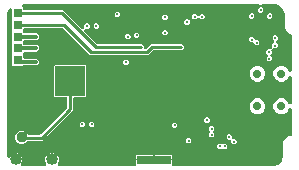
<source format=gbr>
G04 EAGLE Gerber RS-274X export*
G75*
%MOMM*%
%FSLAX34Y34*%
%LPD*%
%INBottom Copper*%
%IPPOS*%
%AMOC8*
5,1,8,0,0,1.08239X$1,22.5*%
G01*
G04 Define Apertures*
%ADD10C,0.708000*%
%ADD11C,0.958000*%
%ADD12R,1.000000X2.500000*%
%ADD13C,1.016000*%
%ADD14R,0.800000X0.800000*%
%ADD15R,2.540000X2.540000*%
%ADD16R,3.000000X0.800000*%
%ADD17C,0.302400*%
%ADD18C,0.304800*%
%ADD19C,0.254000*%
G36*
X34758Y1645D02*
X34164Y1524D01*
X15387Y1524D01*
X14861Y1618D01*
X14345Y1937D01*
X13994Y2431D01*
X13864Y3024D01*
X13975Y3620D01*
X14305Y4118D01*
X15080Y5990D01*
X15080Y6238D01*
X9238Y6238D01*
X9238Y12080D01*
X8990Y12080D01*
X7122Y11307D01*
X5693Y9878D01*
X5474Y9349D01*
X5042Y8761D01*
X4508Y8473D01*
X3904Y8417D01*
X3326Y8600D01*
X2865Y8994D01*
X2594Y9537D01*
X2576Y9605D01*
X2524Y10000D01*
X2524Y130000D01*
X2576Y130394D01*
X3507Y133870D01*
X3902Y134554D01*
X4136Y134788D01*
X4575Y135094D01*
X5165Y135234D01*
X5763Y135132D01*
X6274Y134805D01*
X6617Y134305D01*
X6738Y133711D01*
X6738Y126265D01*
X6791Y126024D01*
X6738Y125741D01*
X6738Y116265D01*
X6791Y116024D01*
X6738Y115741D01*
X6738Y106265D01*
X6791Y106024D01*
X6738Y105741D01*
X6738Y96265D01*
X6791Y96024D01*
X6738Y95741D01*
X6738Y86684D01*
X7184Y86238D01*
X15816Y86238D01*
X15837Y86260D01*
X16321Y86585D01*
X16915Y86706D01*
X28157Y86706D01*
X29794Y88343D01*
X29794Y90657D01*
X28157Y92294D01*
X17786Y92294D01*
X17237Y92396D01*
X16726Y92723D01*
X16383Y93224D01*
X16262Y93818D01*
X16262Y95735D01*
X16209Y95976D01*
X16262Y96259D01*
X16262Y96682D01*
X16364Y97231D01*
X16691Y97742D01*
X17192Y98085D01*
X17786Y98206D01*
X27609Y98206D01*
X29794Y100391D01*
X29794Y102705D01*
X28157Y104342D01*
X25843Y104342D01*
X25741Y104240D01*
X25258Y103915D01*
X24663Y103794D01*
X17786Y103794D01*
X17237Y103896D01*
X16726Y104223D01*
X16383Y104724D01*
X16262Y105318D01*
X16262Y105735D01*
X16209Y105976D01*
X16262Y106259D01*
X16262Y106682D01*
X16364Y107231D01*
X16691Y107742D01*
X17192Y108085D01*
X17786Y108206D01*
X28157Y108206D01*
X29794Y109843D01*
X29794Y112157D01*
X28157Y113794D01*
X17786Y113794D01*
X17237Y113896D01*
X16726Y114223D01*
X16383Y114724D01*
X16262Y115318D01*
X16262Y115735D01*
X16209Y115976D01*
X16262Y116259D01*
X16262Y116936D01*
X16364Y117485D01*
X16691Y117996D01*
X17192Y118339D01*
X17786Y118460D01*
X48817Y118460D01*
X49389Y118349D01*
X49894Y118014D01*
X72358Y95550D01*
X122398Y95550D01*
X126161Y99314D01*
X126644Y99639D01*
X127239Y99760D01*
X150452Y99760D01*
X151940Y101248D01*
X151940Y103352D01*
X150452Y104840D01*
X124503Y104840D01*
X120740Y101076D01*
X120257Y100751D01*
X119662Y100630D01*
X119631Y100630D01*
X119082Y100732D01*
X118571Y101059D01*
X118228Y101560D01*
X118107Y102154D01*
X118107Y102952D01*
X116619Y104440D01*
X79383Y104440D01*
X78811Y104551D01*
X78306Y104886D01*
X68068Y115124D01*
X67762Y115563D01*
X67622Y116153D01*
X67724Y116751D01*
X68051Y117262D01*
X68551Y117605D01*
X69145Y117726D01*
X70942Y117726D01*
X72274Y119058D01*
X72274Y120942D01*
X70942Y122274D01*
X69058Y122274D01*
X67726Y120942D01*
X67726Y119145D01*
X67632Y118619D01*
X67313Y118103D01*
X66819Y117752D01*
X66226Y117622D01*
X65630Y117733D01*
X65124Y118068D01*
X49652Y133540D01*
X17786Y133540D01*
X17237Y133642D01*
X16726Y133969D01*
X16383Y134470D01*
X16262Y135064D01*
X16262Y135316D01*
X15703Y135874D01*
X15397Y136313D01*
X15258Y136903D01*
X15359Y137501D01*
X15686Y138012D01*
X16187Y138355D01*
X16781Y138476D01*
X215131Y138476D01*
X215657Y138382D01*
X216174Y138063D01*
X216524Y137569D01*
X216655Y136976D01*
X216543Y136380D01*
X216208Y135874D01*
X214926Y134592D01*
X214926Y132708D01*
X216258Y131376D01*
X218142Y131376D01*
X219474Y132708D01*
X219474Y134592D01*
X218192Y135874D01*
X217886Y136313D01*
X217746Y136903D01*
X217848Y137501D01*
X218175Y138012D01*
X218675Y138355D01*
X219269Y138476D01*
X229000Y138476D01*
X229394Y138424D01*
X232870Y137493D01*
X233554Y137098D01*
X236098Y134554D01*
X236493Y133870D01*
X237424Y130394D01*
X237476Y130000D01*
X237476Y118252D01*
X239224Y115224D01*
X242395Y113393D01*
X242501Y113374D01*
X243012Y113047D01*
X243355Y112546D01*
X243476Y111952D01*
X243476Y82807D01*
X243386Y82292D01*
X243072Y81773D01*
X242580Y81418D01*
X241988Y81283D01*
X241391Y81390D01*
X240883Y81721D01*
X240544Y82224D01*
X240085Y83332D01*
X238232Y85185D01*
X235810Y86188D01*
X233190Y86188D01*
X230768Y85185D01*
X228915Y83332D01*
X227912Y80910D01*
X227912Y78290D01*
X228915Y75868D01*
X230768Y74015D01*
X233190Y73012D01*
X235810Y73012D01*
X238232Y74015D01*
X240085Y75868D01*
X240544Y76976D01*
X240824Y77418D01*
X241313Y77777D01*
X241903Y77916D01*
X242501Y77815D01*
X243012Y77488D01*
X243355Y76987D01*
X243476Y76393D01*
X243476Y55307D01*
X243386Y54792D01*
X243072Y54273D01*
X242580Y53918D01*
X241988Y53783D01*
X241391Y53890D01*
X240883Y54221D01*
X240544Y54724D01*
X240085Y55832D01*
X238232Y57685D01*
X235810Y58688D01*
X233190Y58688D01*
X230768Y57685D01*
X228915Y55832D01*
X227912Y53410D01*
X227912Y50790D01*
X228915Y48368D01*
X230768Y46515D01*
X233190Y45512D01*
X235810Y45512D01*
X238232Y46515D01*
X240085Y48368D01*
X240544Y49476D01*
X240824Y49918D01*
X241313Y50277D01*
X241903Y50416D01*
X242501Y50315D01*
X243012Y49988D01*
X243355Y49487D01*
X243476Y48893D01*
X243476Y28048D01*
X243374Y27499D01*
X243047Y26988D01*
X242546Y26645D01*
X241952Y26524D01*
X241252Y26524D01*
X238224Y24776D01*
X236476Y21748D01*
X236476Y10000D01*
X236424Y9606D01*
X235493Y6130D01*
X235098Y5446D01*
X232554Y2902D01*
X231870Y2507D01*
X228394Y1576D01*
X228000Y1524D01*
X143524Y1524D01*
X142975Y1626D01*
X142464Y1953D01*
X142121Y2454D01*
X142000Y3048D01*
X142000Y6138D01*
X112000Y6138D01*
X112000Y3048D01*
X111898Y2499D01*
X111571Y1988D01*
X111070Y1645D01*
X110476Y1524D01*
X46836Y1524D01*
X46298Y1622D01*
X45784Y1945D01*
X45437Y2442D01*
X45312Y3036D01*
X45428Y3631D01*
X46342Y5838D01*
X46342Y8162D01*
X45453Y10309D01*
X43809Y11953D01*
X41662Y12842D01*
X39338Y12842D01*
X37191Y11953D01*
X35547Y10309D01*
X34658Y8162D01*
X34658Y5838D01*
X35572Y3631D01*
X35687Y3097D01*
X35586Y2499D01*
X35259Y1988D01*
X34758Y1645D01*
G37*
%LPC*%
G36*
X94858Y127526D02*
X96742Y127526D01*
X98074Y128858D01*
X98074Y130742D01*
X96742Y132074D01*
X94858Y132074D01*
X93526Y130742D01*
X93526Y128858D01*
X94858Y127526D01*
G37*
G36*
X223908Y126226D02*
X225792Y126226D01*
X227124Y127558D01*
X227124Y129442D01*
X225792Y130774D01*
X223908Y130774D01*
X222576Y129442D01*
X222576Y127558D01*
X223908Y126226D01*
G37*
G36*
X208608Y126226D02*
X210492Y126226D01*
X211824Y127558D01*
X211824Y129442D01*
X210492Y130774D01*
X208608Y130774D01*
X207276Y129442D01*
X207276Y127558D01*
X208608Y126226D01*
G37*
G36*
X160258Y125520D02*
X162142Y125520D01*
X163372Y126750D01*
X163833Y127066D01*
X164426Y127197D01*
X165022Y127085D01*
X165528Y126750D01*
X166658Y125620D01*
X168542Y125620D01*
X169874Y126952D01*
X169874Y128836D01*
X168542Y130168D01*
X166658Y130168D01*
X165428Y128938D01*
X164967Y128622D01*
X164374Y128491D01*
X163778Y128603D01*
X163272Y128938D01*
X162142Y130068D01*
X160258Y130068D01*
X158926Y128736D01*
X158926Y126536D01*
X159105Y126503D01*
X159610Y126168D01*
X160258Y125520D01*
G37*
G36*
X135258Y125126D02*
X137142Y125126D01*
X138474Y126458D01*
X138474Y128342D01*
X137142Y129674D01*
X135258Y129674D01*
X133926Y128342D01*
X133926Y126458D01*
X135258Y125126D01*
G37*
G36*
X153793Y121261D02*
X155677Y121261D01*
X157009Y122593D01*
X157009Y124793D01*
X156830Y124826D01*
X156324Y125161D01*
X155677Y125809D01*
X153793Y125809D01*
X152461Y124477D01*
X152461Y122593D01*
X153793Y121261D01*
G37*
G36*
X77058Y117726D02*
X78942Y117726D01*
X80274Y119058D01*
X80274Y120942D01*
X78942Y122274D01*
X77058Y122274D01*
X75726Y120942D01*
X75726Y119058D01*
X77058Y117726D01*
G37*
G36*
X135258Y112126D02*
X137142Y112126D01*
X138474Y113458D01*
X138474Y115342D01*
X137142Y116674D01*
X135258Y116674D01*
X133926Y115342D01*
X133926Y113458D01*
X135258Y112126D01*
G37*
G36*
X111145Y109913D02*
X113029Y109913D01*
X114361Y111245D01*
X114361Y113129D01*
X113029Y114461D01*
X111145Y114461D01*
X109813Y113129D01*
X109813Y112882D01*
X109719Y112356D01*
X109400Y111840D01*
X109208Y111703D01*
X109641Y111417D01*
X111145Y109913D01*
G37*
G36*
X103823Y108761D02*
X105707Y108761D01*
X107039Y110093D01*
X107039Y110339D01*
X107133Y110866D01*
X107452Y111382D01*
X107644Y111518D01*
X107211Y111805D01*
X105707Y113309D01*
X103823Y113309D01*
X102491Y111977D01*
X102491Y110093D01*
X103823Y108761D01*
G37*
G36*
X227164Y101149D02*
X227034Y100945D01*
X227213Y101067D01*
X227807Y101188D01*
X230292Y101188D01*
X231624Y102520D01*
X231624Y104404D01*
X230575Y105453D01*
X230259Y105914D01*
X230128Y106507D01*
X230240Y107103D01*
X230575Y107609D01*
X231824Y108858D01*
X231824Y110742D01*
X230492Y112074D01*
X228608Y112074D01*
X227276Y110742D01*
X227276Y108858D01*
X228325Y107809D01*
X228641Y107348D01*
X228772Y106755D01*
X228660Y106159D01*
X228325Y105653D01*
X227076Y104404D01*
X227076Y102409D01*
X227126Y102337D01*
X227266Y101747D01*
X227164Y101149D01*
G37*
G36*
X212958Y103726D02*
X214842Y103726D01*
X216174Y105058D01*
X216174Y106942D01*
X214842Y108274D01*
X213448Y108274D01*
X212899Y108376D01*
X212388Y108703D01*
X212045Y109204D01*
X212015Y109351D01*
X210592Y110774D01*
X208708Y110774D01*
X207376Y109442D01*
X207376Y107558D01*
X208708Y106226D01*
X210102Y106226D01*
X210651Y106124D01*
X211162Y105797D01*
X211505Y105296D01*
X211535Y105149D01*
X212958Y103726D01*
G37*
G36*
X223582Y90164D02*
X225466Y90164D01*
X226798Y91496D01*
X226798Y93380D01*
X225925Y94253D01*
X225609Y94714D01*
X225478Y95307D01*
X225590Y95903D01*
X225925Y96409D01*
X226474Y96958D01*
X226474Y98953D01*
X226424Y99025D01*
X226284Y99615D01*
X226386Y100213D01*
X226516Y100417D01*
X226337Y100295D01*
X225743Y100174D01*
X223258Y100174D01*
X221926Y98842D01*
X221926Y96958D01*
X222799Y96085D01*
X223115Y95624D01*
X223246Y95031D01*
X223134Y94435D01*
X222799Y93929D01*
X222250Y93380D01*
X222250Y91496D01*
X223582Y90164D01*
G37*
G36*
X102158Y87026D02*
X104042Y87026D01*
X105374Y88358D01*
X105374Y90242D01*
X104042Y91574D01*
X102158Y91574D01*
X100826Y90242D01*
X100826Y88358D01*
X102158Y87026D01*
G37*
G36*
X13596Y20248D02*
X15804Y20248D01*
X17845Y21093D01*
X19365Y22614D01*
X19849Y22939D01*
X20443Y23060D01*
X32852Y23060D01*
X58440Y48648D01*
X58440Y58414D01*
X58542Y58963D01*
X58869Y59474D01*
X59370Y59817D01*
X59964Y59938D01*
X68916Y59938D01*
X69362Y60384D01*
X69362Y86416D01*
X68916Y86862D01*
X42884Y86862D01*
X42438Y86416D01*
X42438Y60384D01*
X42884Y59938D01*
X51836Y59938D01*
X52385Y59836D01*
X52896Y59509D01*
X53239Y59008D01*
X53360Y58414D01*
X53360Y51383D01*
X53249Y50811D01*
X52914Y50306D01*
X31194Y28586D01*
X30711Y28261D01*
X30117Y28140D01*
X20759Y28140D01*
X20198Y28247D01*
X19690Y28578D01*
X19515Y28837D01*
X17845Y30507D01*
X15804Y31352D01*
X13596Y31352D01*
X11555Y30507D01*
X9993Y28945D01*
X9148Y26904D01*
X9148Y24696D01*
X9993Y22655D01*
X11555Y21093D01*
X13596Y20248D01*
G37*
G36*
X213190Y73012D02*
X215810Y73012D01*
X218232Y74015D01*
X220085Y75868D01*
X221088Y78290D01*
X221088Y80910D01*
X220085Y83332D01*
X218232Y85185D01*
X215810Y86188D01*
X213190Y86188D01*
X210768Y85185D01*
X208915Y83332D01*
X207912Y80910D01*
X207912Y78290D01*
X208915Y75868D01*
X210768Y74015D01*
X213190Y73012D01*
G37*
G36*
X9700Y57562D02*
X13938Y57562D01*
X13938Y69300D01*
X9700Y69300D01*
X9700Y57562D01*
G37*
G36*
X15462Y57562D02*
X19700Y57562D01*
X19700Y69300D01*
X15462Y69300D01*
X15462Y57562D01*
G37*
G36*
X213190Y45512D02*
X215810Y45512D01*
X218232Y46515D01*
X220085Y48368D01*
X221088Y50790D01*
X221088Y53410D01*
X220085Y55832D01*
X218232Y57685D01*
X215810Y58688D01*
X213190Y58688D01*
X210768Y57685D01*
X208915Y55832D01*
X207912Y53410D01*
X207912Y50790D01*
X208915Y48368D01*
X210768Y46515D01*
X213190Y45512D01*
G37*
G36*
X15462Y44300D02*
X19700Y44300D01*
X19700Y56038D01*
X15462Y56038D01*
X15462Y44300D01*
G37*
G36*
X9700Y44300D02*
X13938Y44300D01*
X13938Y56038D01*
X9700Y56038D01*
X9700Y44300D01*
G37*
G36*
X170858Y38226D02*
X172742Y38226D01*
X174074Y39558D01*
X174074Y41442D01*
X172742Y42774D01*
X170858Y42774D01*
X169526Y41442D01*
X169526Y39558D01*
X170858Y38226D01*
G37*
G36*
X73158Y34426D02*
X75042Y34426D01*
X76374Y35758D01*
X76374Y37642D01*
X75042Y38974D01*
X73158Y38974D01*
X71826Y37642D01*
X71826Y35758D01*
X73158Y34426D01*
G37*
G36*
X65158Y34426D02*
X67042Y34426D01*
X68374Y35758D01*
X68374Y37642D01*
X67042Y38974D01*
X65158Y38974D01*
X63826Y37642D01*
X63826Y35758D01*
X65158Y34426D01*
G37*
G36*
X143558Y33726D02*
X145442Y33726D01*
X146774Y35058D01*
X146774Y36942D01*
X145442Y38274D01*
X143558Y38274D01*
X142226Y36942D01*
X142226Y35058D01*
X143558Y33726D01*
G37*
G36*
X174708Y25626D02*
X176592Y25626D01*
X177924Y26958D01*
X177924Y28842D01*
X177444Y29322D01*
X177128Y29783D01*
X176997Y30376D01*
X177109Y30972D01*
X177444Y31478D01*
X177924Y31958D01*
X177924Y33842D01*
X176592Y35174D01*
X174708Y35174D01*
X173376Y33842D01*
X173376Y31958D01*
X173856Y31478D01*
X174172Y31017D01*
X174303Y30424D01*
X174191Y29828D01*
X173856Y29322D01*
X173376Y28842D01*
X173376Y26958D01*
X174708Y25626D01*
G37*
G36*
X193758Y19726D02*
X195642Y19726D01*
X196974Y21058D01*
X196974Y22942D01*
X195642Y24274D01*
X194498Y24274D01*
X193949Y24376D01*
X193438Y24703D01*
X193095Y25204D01*
X192974Y25798D01*
X192974Y26942D01*
X191642Y28274D01*
X189758Y28274D01*
X188426Y26942D01*
X188426Y25058D01*
X189758Y23726D01*
X190902Y23726D01*
X191451Y23624D01*
X191962Y23297D01*
X192305Y22796D01*
X192426Y22202D01*
X192426Y21058D01*
X193758Y19726D01*
G37*
G36*
X155208Y20626D02*
X157092Y20626D01*
X158424Y21958D01*
X158424Y23842D01*
X157092Y25174D01*
X155208Y25174D01*
X153876Y23842D01*
X153876Y21958D01*
X155208Y20626D01*
G37*
G36*
X181758Y15726D02*
X183651Y15726D01*
X184083Y16022D01*
X184676Y16153D01*
X185272Y16041D01*
X185748Y15726D01*
X187642Y15726D01*
X188974Y17058D01*
X188974Y18942D01*
X187642Y20274D01*
X185749Y20274D01*
X185317Y19978D01*
X184724Y19847D01*
X184128Y19959D01*
X183652Y20274D01*
X181758Y20274D01*
X180426Y18942D01*
X180426Y17058D01*
X181758Y15726D01*
G37*
G36*
X10762Y7762D02*
X15080Y7762D01*
X15080Y8010D01*
X14307Y9878D01*
X12878Y11307D01*
X11010Y12080D01*
X10762Y12080D01*
X10762Y7762D01*
G37*
G36*
X112000Y7662D02*
X126238Y7662D01*
X126238Y10900D01*
X112000Y10900D01*
X112000Y7662D01*
G37*
G36*
X127762Y7662D02*
X142000Y7662D01*
X142000Y10900D01*
X127762Y10900D01*
X127762Y7662D01*
G37*
%LPD*%
D10*
X214500Y52100D03*
X234500Y52100D03*
D11*
X14700Y25800D03*
D12*
X14700Y56800D03*
D10*
X234500Y79600D03*
X214500Y79600D03*
D13*
X10000Y7000D03*
X40500Y7000D03*
D14*
X11500Y91000D03*
X11500Y111000D03*
X11500Y101000D03*
X11500Y121000D03*
X11500Y131000D03*
D15*
X55900Y73400D03*
D16*
X127000Y6900D03*
D17*
X217200Y133650D03*
X186700Y18000D03*
X175650Y32900D03*
X209650Y108500D03*
X229350Y103462D03*
X112087Y112187D03*
X224850Y128500D03*
X182700Y18000D03*
X175650Y27900D03*
X213900Y106000D03*
X229550Y109800D03*
X104765Y111035D03*
X161200Y127794D03*
X66100Y36700D03*
X154735Y123535D03*
X74100Y36700D03*
X78000Y120000D03*
X27000Y101548D03*
D18*
X26452Y101000D01*
X11500Y101000D01*
D17*
X70000Y120000D03*
X27000Y111000D03*
D18*
X11500Y111000D01*
D17*
X190700Y26000D03*
X156150Y22900D03*
X136200Y114400D03*
D18*
X27000Y89500D02*
X13000Y89500D01*
X11500Y91000D01*
D17*
X209550Y128500D03*
X103100Y89300D03*
D19*
X27100Y89400D02*
X27000Y89500D01*
D17*
X27100Y89400D03*
X171800Y40500D03*
X56500Y115000D03*
D19*
X50500Y121000D02*
X11500Y121000D01*
X50500Y121000D02*
X56500Y115000D01*
X125556Y102300D02*
X149400Y102300D01*
D17*
X149400Y102300D03*
D19*
X73410Y98090D02*
X56500Y115000D01*
X73410Y98090D02*
X121346Y98090D01*
X125556Y102300D01*
D17*
X224200Y97900D03*
X115567Y101900D03*
D19*
X48600Y131000D02*
X11500Y131000D01*
X48600Y131000D02*
X77700Y101900D01*
X115567Y101900D01*
D17*
X224524Y92438D03*
X144500Y36000D03*
X136200Y127400D03*
X95800Y129800D03*
X167600Y127894D03*
X194700Y22000D03*
D19*
X55900Y49700D02*
X55900Y73400D01*
X55900Y49700D02*
X31800Y25600D01*
X14900Y25600D01*
X14700Y25800D01*
D17*
X190100Y65400D03*
X146300Y64700D03*
X139700Y60800D03*
X132500Y53800D03*
X151700Y48900D03*
X180300Y50500D03*
X211900Y63660D03*
X224274Y63660D03*
X236000Y63660D03*
X201386Y62114D03*
X190700Y22000D03*
X175650Y22900D03*
X145400Y43500D03*
X133500Y34600D03*
X189200Y47900D03*
X166000Y50500D03*
X201486Y42114D03*
X115086Y42414D03*
X114886Y62614D03*
X114686Y80714D03*
X151686Y79714D03*
X166686Y79714D03*
X182686Y79714D03*
X235686Y40714D03*
X223686Y40714D03*
X211686Y40714D03*
X235900Y92660D03*
X235900Y101660D03*
X232900Y134660D03*
X182900Y124660D03*
X228686Y6714D03*
X202686Y6714D03*
X174686Y6714D03*
X56686Y37714D03*
X30686Y37714D03*
X30686Y67714D03*
X86686Y119714D03*
X63686Y6714D03*
X92686Y6714D03*
M02*

</source>
